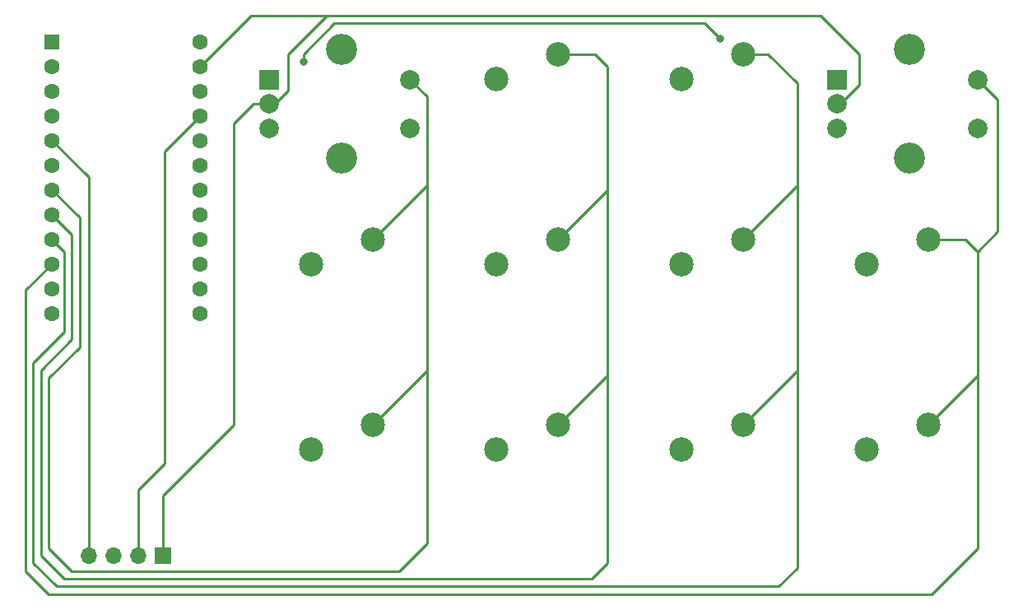
<source format=gtl>
G04 #@! TF.GenerationSoftware,KiCad,Pcbnew,7.0.9*
G04 #@! TF.CreationDate,2024-01-16T00:29:48+00:00*
G04 #@! TF.ProjectId,AryA-Macropad,41727941-2d4d-4616-9372-6f7061642e6b,1.0*
G04 #@! TF.SameCoordinates,Original*
G04 #@! TF.FileFunction,Copper,L1,Top*
G04 #@! TF.FilePolarity,Positive*
%FSLAX46Y46*%
G04 Gerber Fmt 4.6, Leading zero omitted, Abs format (unit mm)*
G04 Created by KiCad (PCBNEW 7.0.9) date 2024-01-16 00:29:48*
%MOMM*%
%LPD*%
G01*
G04 APERTURE LIST*
G04 #@! TA.AperFunction,ComponentPad*
%ADD10R,1.700000X1.700000*%
G04 #@! TD*
G04 #@! TA.AperFunction,ComponentPad*
%ADD11O,1.700000X1.700000*%
G04 #@! TD*
G04 #@! TA.AperFunction,ComponentPad*
%ADD12C,2.500000*%
G04 #@! TD*
G04 #@! TA.AperFunction,ComponentPad*
%ADD13R,1.600000X1.600000*%
G04 #@! TD*
G04 #@! TA.AperFunction,ComponentPad*
%ADD14C,1.600000*%
G04 #@! TD*
G04 #@! TA.AperFunction,ComponentPad*
%ADD15R,2.000000X2.000000*%
G04 #@! TD*
G04 #@! TA.AperFunction,ComponentPad*
%ADD16C,2.000000*%
G04 #@! TD*
G04 #@! TA.AperFunction,ComponentPad*
%ADD17C,3.200000*%
G04 #@! TD*
G04 #@! TA.AperFunction,ViaPad*
%ADD18C,0.800000*%
G04 #@! TD*
G04 #@! TA.AperFunction,Conductor*
%ADD19C,0.250000*%
G04 #@! TD*
G04 APERTURE END LIST*
D10*
X99050000Y-115093750D03*
D11*
X96510000Y-115093750D03*
X93970000Y-115093750D03*
X91430000Y-115093750D03*
D12*
X133350000Y-66040000D03*
X139700000Y-63500000D03*
X152400000Y-104140000D03*
X158750000Y-101600000D03*
X152400000Y-85090000D03*
X158750000Y-82550000D03*
X114300000Y-85090000D03*
X120650000Y-82550000D03*
X171450000Y-85090000D03*
X177800000Y-82550000D03*
X171450000Y-104140000D03*
X177800000Y-101600000D03*
D13*
X87630000Y-62230000D03*
D14*
X87630000Y-64770000D03*
X87630000Y-67310000D03*
X87630000Y-69850000D03*
X87630000Y-72390000D03*
X87630000Y-74930000D03*
X87630000Y-77470000D03*
X87630000Y-80010000D03*
X87630000Y-82550000D03*
X87630000Y-85090000D03*
X87630000Y-87630000D03*
X87630000Y-90170000D03*
X102870000Y-90170000D03*
X102870000Y-87630000D03*
X102870000Y-85090000D03*
X102870000Y-82550000D03*
X102870000Y-80010000D03*
X102870000Y-77470000D03*
X102870000Y-74930000D03*
X102870000Y-72390000D03*
X102870000Y-69850000D03*
X102870000Y-67310000D03*
X102870000Y-64770000D03*
X102870000Y-62230000D03*
D15*
X109960000Y-66120000D03*
D16*
X109960000Y-71120000D03*
X109960000Y-68620000D03*
D17*
X117460000Y-63020000D03*
X117460000Y-74220000D03*
D16*
X124460000Y-71120000D03*
X124460000Y-66120000D03*
D12*
X133350000Y-85090000D03*
X139700000Y-82550000D03*
X114300000Y-104140000D03*
X120650000Y-101600000D03*
D15*
X168380000Y-66120000D03*
D16*
X168380000Y-71120000D03*
X168380000Y-68620000D03*
D17*
X175880000Y-63020000D03*
X175880000Y-74220000D03*
D16*
X182880000Y-71120000D03*
X182880000Y-66120000D03*
D12*
X133350000Y-104140000D03*
X139700000Y-101600000D03*
X152400000Y-66040000D03*
X158750000Y-63500000D03*
D18*
X156368750Y-61912500D03*
X113506250Y-64293750D03*
D19*
X182880000Y-83820000D02*
X184943750Y-81756250D01*
X184943750Y-81756250D02*
X184943750Y-68183750D01*
X184943750Y-68183750D02*
X182880000Y-66120000D01*
X106362500Y-70643750D02*
X108386250Y-68620000D01*
X99050000Y-115093750D02*
X99050000Y-108912500D01*
X106362500Y-101600000D02*
X106362500Y-70643750D01*
X99050000Y-108912500D02*
X106362500Y-101600000D01*
X108386250Y-68620000D02*
X109960000Y-68620000D01*
X96510000Y-115093750D02*
X96510000Y-108337500D01*
X96510000Y-108337500D02*
X99218750Y-105628750D01*
X99218750Y-105628750D02*
X99218750Y-73501250D01*
X99218750Y-73501250D02*
X102870000Y-69850000D01*
X91430000Y-115093750D02*
X91430000Y-76190000D01*
X91430000Y-76190000D02*
X87630000Y-72390000D01*
X126206250Y-96043750D02*
X126206250Y-113823750D01*
X126206250Y-113823750D02*
X123348750Y-116681250D01*
X87312500Y-114300000D02*
X87312500Y-96837500D01*
X123348750Y-116681250D02*
X89693750Y-116681250D01*
X89693750Y-116681250D02*
X87312500Y-114300000D01*
X90487500Y-93662500D02*
X90487500Y-80327500D01*
X87312500Y-96837500D02*
X90487500Y-93662500D01*
X90487500Y-80327500D02*
X87630000Y-77470000D01*
X144780000Y-96520000D02*
X144780000Y-115887500D01*
X144780000Y-115887500D02*
X143192500Y-117475000D01*
X143192500Y-117475000D02*
X88900000Y-117475000D01*
X88900000Y-117475000D02*
X86518750Y-115093750D01*
X86518750Y-115093750D02*
X86518750Y-96043750D01*
X86518750Y-96043750D02*
X89693750Y-92868750D01*
X89693750Y-92868750D02*
X89693750Y-82073750D01*
X89693750Y-82073750D02*
X87630000Y-80010000D01*
X164306250Y-96043750D02*
X164306250Y-116363750D01*
X164306250Y-116363750D02*
X162401250Y-118268750D01*
X85725000Y-115887500D02*
X85725000Y-95250000D01*
X162401250Y-118268750D02*
X88106250Y-118268750D01*
X88106250Y-118268750D02*
X85725000Y-115887500D01*
X85725000Y-95250000D02*
X88900000Y-92075000D01*
X88900000Y-92075000D02*
X88900000Y-83820000D01*
X88900000Y-83820000D02*
X87630000Y-82550000D01*
X182880000Y-96520000D02*
X182880000Y-114300000D01*
X182880000Y-114300000D02*
X178117500Y-119062500D01*
X178117500Y-119062500D02*
X87312500Y-119062500D01*
X87312500Y-119062500D02*
X84931250Y-116681250D01*
X84931250Y-116681250D02*
X84931250Y-87788750D01*
X84931250Y-87788750D02*
X87630000Y-85090000D01*
X109960000Y-68620000D02*
X110568750Y-68620000D01*
X110568750Y-68620000D02*
X111918750Y-67270000D01*
X111918750Y-67270000D02*
X111918750Y-63500000D01*
X111918750Y-63500000D02*
X115887500Y-59531250D01*
X156368750Y-61912500D02*
X154781250Y-60325000D01*
X113506250Y-63500000D02*
X113506250Y-64293750D01*
X116681250Y-60325000D02*
X113506250Y-63500000D01*
X154781250Y-60325000D02*
X116681250Y-60325000D01*
X102870000Y-64770000D02*
X108108750Y-59531250D01*
X108108750Y-59531250D02*
X115887500Y-59531250D01*
X115887500Y-59531250D02*
X166687500Y-59531250D01*
X168711250Y-68620000D02*
X168380000Y-68620000D01*
X166687500Y-59531250D02*
X170656250Y-63500000D01*
X170656250Y-63500000D02*
X170656250Y-66675000D01*
X170656250Y-66675000D02*
X168711250Y-68620000D01*
X120650000Y-82550000D02*
X126206250Y-76993750D01*
X124460000Y-66120000D02*
X126206250Y-67866250D01*
X126206250Y-76993750D02*
X126206250Y-96043750D01*
X120650000Y-101600000D02*
X126206250Y-96043750D01*
X126206250Y-67866250D02*
X126206250Y-76993750D01*
X144780000Y-77470000D02*
X144780000Y-96520000D01*
X139700000Y-63500000D02*
X143510000Y-63500000D01*
X144780000Y-64770000D02*
X144780000Y-77470000D01*
X144780000Y-77470000D02*
X139700000Y-82550000D01*
X144780000Y-96520000D02*
X139700000Y-101600000D01*
X143510000Y-63500000D02*
X144780000Y-64770000D01*
X164306250Y-76993750D02*
X164306250Y-76200000D01*
X164306250Y-76200000D02*
X164306250Y-96043750D01*
X158750000Y-63500000D02*
X161290000Y-63500000D01*
X158750000Y-82550000D02*
X164306250Y-76993750D01*
X158750000Y-101600000D02*
X164306250Y-96043750D01*
X161290000Y-63500000D02*
X164306250Y-66516250D01*
X164306250Y-66516250D02*
X164306250Y-76200000D01*
X164306250Y-104616250D02*
X164306250Y-104775000D01*
X181610000Y-82550000D02*
X182880000Y-83820000D01*
X182880000Y-96520000D02*
X177800000Y-101600000D01*
X182880000Y-83820000D02*
X182880000Y-96520000D01*
X177800000Y-82550000D02*
X181610000Y-82550000D01*
M02*

</source>
